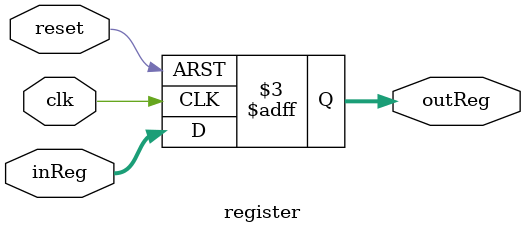
<source format=v>
/*
*	Description: Register of n bits. Default n = 8 bits. 
*	Author: Aarón Escoboza Villegas
*/

module register#(parameter n = 8)
(
	input clk,
	input reset,
	input [n-1:0]inReg, 
	output reg [n-1:0] outReg
);

always@(posedge clk,negedge reset) 
begin 
	if (!reset)
		outReg <= 0;
	else 
		outReg <= inReg;
end
endmodule
</source>
